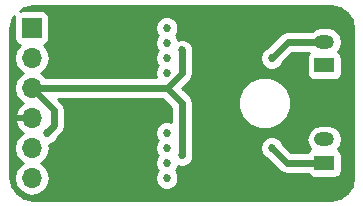
<source format=gbl>
G04 #@! TF.FileFunction,Copper,L2,Bot,Signal*
%FSLAX46Y46*%
G04 Gerber Fmt 4.6, Leading zero omitted, Abs format (unit mm)*
G04 Created by KiCad (PCBNEW 4.0.6-e0-6349~53~ubuntu16.04.1) date Fri Apr 14 17:40:12 2017*
%MOMM*%
%LPD*%
G01*
G04 APERTURE LIST*
%ADD10C,0.100000*%
%ADD11R,1.700000X1.200000*%
%ADD12O,1.700000X1.200000*%
%ADD13R,1.700000X1.700000*%
%ADD14O,1.700000X1.700000*%
%ADD15C,0.685800*%
%ADD16C,0.600000*%
%ADD17C,0.254000*%
G04 APERTURE END LIST*
D10*
D11*
X188595000Y-93980000D03*
D12*
X188595000Y-91980000D03*
D11*
X188595000Y-85725000D03*
D12*
X188595000Y-83725000D03*
D13*
X163830000Y-82550000D03*
D14*
X163830000Y-85090000D03*
X163830000Y-87630000D03*
X163830000Y-90170000D03*
X163830000Y-92710000D03*
X163830000Y-95250000D03*
D15*
X175260000Y-95250000D03*
X175260000Y-92710000D03*
X175260000Y-86360000D03*
X175260000Y-83820000D03*
X175260000Y-93980000D03*
X175260000Y-91440000D03*
X175260000Y-85090000D03*
X175260000Y-82550000D03*
X165100000Y-91440000D03*
X176530000Y-93345000D03*
X176530000Y-84455000D03*
X171246800Y-96367600D03*
X176530000Y-81280000D03*
X170815000Y-81915000D03*
X184150000Y-85090000D03*
X184150000Y-92710000D03*
D16*
X165735000Y-89535000D02*
X163830000Y-87630000D01*
X165735000Y-90805000D02*
X165735000Y-89535000D01*
X165100000Y-91440000D02*
X165735000Y-90805000D01*
X175260000Y-87630000D02*
X176530000Y-88900000D01*
X176530000Y-88900000D02*
X176530000Y-93345000D01*
X163830000Y-87630000D02*
X175260000Y-87630000D01*
X176530000Y-86360000D02*
X176530000Y-84455000D01*
X175260000Y-87630000D02*
X176530000Y-86360000D01*
X175260000Y-81280000D02*
X176530000Y-81280000D01*
X171450000Y-81280000D02*
X175260000Y-81280000D01*
X170815000Y-81915000D02*
X171450000Y-81280000D01*
X188595000Y-83725000D02*
X185515000Y-83725000D01*
X185515000Y-83725000D02*
X184150000Y-85090000D01*
X185420000Y-93980000D02*
X188595000Y-93980000D01*
X184150000Y-92710000D02*
X185420000Y-93980000D01*
D17*
G36*
X189924989Y-80872152D02*
X190514170Y-81265830D01*
X190907848Y-81855011D01*
X191060000Y-82619931D01*
X191060000Y-95180069D01*
X190907848Y-95944989D01*
X190514170Y-96534170D01*
X189924989Y-96927848D01*
X189160069Y-97080000D01*
X163899931Y-97080000D01*
X163135011Y-96927848D01*
X162545830Y-96534170D01*
X162152152Y-95944989D01*
X162000000Y-95180069D01*
X162000000Y-82619931D01*
X162152152Y-81855011D01*
X162365972Y-81535007D01*
X162332560Y-81700000D01*
X162332560Y-83400000D01*
X162376838Y-83635317D01*
X162515910Y-83851441D01*
X162728110Y-83996431D01*
X162795541Y-84010086D01*
X162750853Y-84039946D01*
X162428946Y-84521715D01*
X162315907Y-85090000D01*
X162428946Y-85658285D01*
X162750853Y-86140054D01*
X163080026Y-86360000D01*
X162750853Y-86579946D01*
X162428946Y-87061715D01*
X162315907Y-87630000D01*
X162428946Y-88198285D01*
X162750853Y-88680054D01*
X163091553Y-88907702D01*
X162948642Y-88974817D01*
X162558355Y-89403076D01*
X162388524Y-89813110D01*
X162509845Y-90043000D01*
X163703000Y-90043000D01*
X163703000Y-90023000D01*
X163957000Y-90023000D01*
X163957000Y-90043000D01*
X163977000Y-90043000D01*
X163977000Y-90297000D01*
X163957000Y-90297000D01*
X163957000Y-90317000D01*
X163703000Y-90317000D01*
X163703000Y-90297000D01*
X162509845Y-90297000D01*
X162388524Y-90526890D01*
X162558355Y-90936924D01*
X162948642Y-91365183D01*
X163091553Y-91432298D01*
X162750853Y-91659946D01*
X162428946Y-92141715D01*
X162315907Y-92710000D01*
X162428946Y-93278285D01*
X162750853Y-93760054D01*
X163080026Y-93980000D01*
X162750853Y-94199946D01*
X162428946Y-94681715D01*
X162315907Y-95250000D01*
X162428946Y-95818285D01*
X162750853Y-96300054D01*
X163232622Y-96621961D01*
X163800907Y-96735000D01*
X163859093Y-96735000D01*
X164427378Y-96621961D01*
X164909147Y-96300054D01*
X165231054Y-95818285D01*
X165344093Y-95250000D01*
X165231054Y-94681715D01*
X164909147Y-94199946D01*
X164579974Y-93980000D01*
X164909147Y-93760054D01*
X165231054Y-93278285D01*
X165344093Y-92710000D01*
X165286023Y-92418062D01*
X165293663Y-92418069D01*
X165653212Y-92269507D01*
X165928540Y-91994659D01*
X165971791Y-91890499D01*
X166396145Y-91466145D01*
X166481742Y-91338039D01*
X166598827Y-91162809D01*
X166670000Y-90805000D01*
X166670000Y-89535000D01*
X166598827Y-89177191D01*
X166396145Y-88873855D01*
X166087290Y-88565000D01*
X174872710Y-88565000D01*
X175595000Y-89287290D01*
X175595000Y-90520250D01*
X175455370Y-90462270D01*
X175066337Y-90461931D01*
X174706788Y-90610493D01*
X174431460Y-90885341D01*
X174282270Y-91244630D01*
X174281931Y-91633663D01*
X174430493Y-91993212D01*
X174512040Y-92074901D01*
X174431460Y-92155341D01*
X174282270Y-92514630D01*
X174281931Y-92903663D01*
X174430493Y-93263212D01*
X174512040Y-93344901D01*
X174431460Y-93425341D01*
X174282270Y-93784630D01*
X174281931Y-94173663D01*
X174430493Y-94533212D01*
X174512040Y-94614901D01*
X174431460Y-94695341D01*
X174282270Y-95054630D01*
X174281931Y-95443663D01*
X174430493Y-95803212D01*
X174705341Y-96078540D01*
X175064630Y-96227730D01*
X175453663Y-96228069D01*
X175813212Y-96079507D01*
X176088540Y-95804659D01*
X176237730Y-95445370D01*
X176238069Y-95056337D01*
X176089507Y-94696788D01*
X176007960Y-94615099D01*
X176088540Y-94534659D01*
X176199790Y-94266739D01*
X176334630Y-94322730D01*
X176723663Y-94323069D01*
X177083212Y-94174507D01*
X177358540Y-93899659D01*
X177507730Y-93540370D01*
X177508069Y-93151337D01*
X177465000Y-93047102D01*
X177465000Y-92903663D01*
X183171931Y-92903663D01*
X183320493Y-93263212D01*
X183595341Y-93538540D01*
X183699501Y-93581791D01*
X184758855Y-94641145D01*
X185062191Y-94843827D01*
X185420000Y-94915000D01*
X187205982Y-94915000D01*
X187280910Y-95031441D01*
X187493110Y-95176431D01*
X187745000Y-95227440D01*
X189445000Y-95227440D01*
X189680317Y-95183162D01*
X189896441Y-95044090D01*
X190041431Y-94831890D01*
X190092440Y-94580000D01*
X190092440Y-93380000D01*
X190048162Y-93144683D01*
X189909090Y-92928559D01*
X189763525Y-92829099D01*
X190015084Y-92452614D01*
X190109093Y-91980000D01*
X190015084Y-91507386D01*
X189747370Y-91106723D01*
X189346707Y-90839009D01*
X188874093Y-90745000D01*
X188315907Y-90745000D01*
X187843293Y-90839009D01*
X187442630Y-91106723D01*
X187174916Y-91507386D01*
X187080907Y-91980000D01*
X187174916Y-92452614D01*
X187427074Y-92829996D01*
X187293559Y-92915910D01*
X187205356Y-93045000D01*
X185807290Y-93045000D01*
X185022057Y-92259767D01*
X184979507Y-92156788D01*
X184704659Y-91881460D01*
X184345370Y-91732270D01*
X183956337Y-91731931D01*
X183596788Y-91880493D01*
X183321460Y-92155341D01*
X183172270Y-92514630D01*
X183171931Y-92903663D01*
X177465000Y-92903663D01*
X177465000Y-89342619D01*
X181279613Y-89342619D01*
X181619155Y-90164372D01*
X182247321Y-90793636D01*
X183068481Y-91134611D01*
X183957619Y-91135387D01*
X184779372Y-90795845D01*
X185408636Y-90167679D01*
X185749611Y-89346519D01*
X185750387Y-88457381D01*
X185410845Y-87635628D01*
X184782679Y-87006364D01*
X183961519Y-86665389D01*
X183072381Y-86664613D01*
X182250628Y-87004155D01*
X181621364Y-87632321D01*
X181280389Y-88453481D01*
X181279613Y-89342619D01*
X177465000Y-89342619D01*
X177465000Y-88900000D01*
X177393827Y-88542191D01*
X177191145Y-88238855D01*
X176582290Y-87630000D01*
X177191145Y-87021145D01*
X177393827Y-86717809D01*
X177465000Y-86360000D01*
X177465000Y-85283663D01*
X183171931Y-85283663D01*
X183320493Y-85643212D01*
X183595341Y-85918540D01*
X183954630Y-86067730D01*
X184343663Y-86068069D01*
X184703212Y-85919507D01*
X184978540Y-85644659D01*
X185021791Y-85540499D01*
X185902289Y-84660000D01*
X187294973Y-84660000D01*
X187293559Y-84660910D01*
X187148569Y-84873110D01*
X187097560Y-85125000D01*
X187097560Y-86325000D01*
X187141838Y-86560317D01*
X187280910Y-86776441D01*
X187493110Y-86921431D01*
X187745000Y-86972440D01*
X189445000Y-86972440D01*
X189680317Y-86928162D01*
X189896441Y-86789090D01*
X190041431Y-86576890D01*
X190092440Y-86325000D01*
X190092440Y-85125000D01*
X190048162Y-84889683D01*
X189909090Y-84673559D01*
X189763525Y-84574099D01*
X190015084Y-84197614D01*
X190109093Y-83725000D01*
X190015084Y-83252386D01*
X189747370Y-82851723D01*
X189346707Y-82584009D01*
X188874093Y-82490000D01*
X188315907Y-82490000D01*
X187843293Y-82584009D01*
X187535005Y-82790000D01*
X185515005Y-82790000D01*
X185515000Y-82789999D01*
X185252222Y-82842270D01*
X185157191Y-82861173D01*
X184853855Y-83063855D01*
X184853853Y-83063858D01*
X183699767Y-84217943D01*
X183596788Y-84260493D01*
X183321460Y-84535341D01*
X183172270Y-84894630D01*
X183171931Y-85283663D01*
X177465000Y-85283663D01*
X177465000Y-84753275D01*
X177507730Y-84650370D01*
X177508069Y-84261337D01*
X177359507Y-83901788D01*
X177084659Y-83626460D01*
X176725370Y-83477270D01*
X176336337Y-83476931D01*
X176199669Y-83533401D01*
X176089507Y-83266788D01*
X176007960Y-83185099D01*
X176088540Y-83104659D01*
X176237730Y-82745370D01*
X176238069Y-82356337D01*
X176089507Y-81996788D01*
X175814659Y-81721460D01*
X175455370Y-81572270D01*
X175066337Y-81571931D01*
X174706788Y-81720493D01*
X174431460Y-81995341D01*
X174282270Y-82354630D01*
X174281931Y-82743663D01*
X174430493Y-83103212D01*
X174512040Y-83184901D01*
X174431460Y-83265341D01*
X174282270Y-83624630D01*
X174281931Y-84013663D01*
X174430493Y-84373212D01*
X174512040Y-84454901D01*
X174431460Y-84535341D01*
X174282270Y-84894630D01*
X174281931Y-85283663D01*
X174430493Y-85643212D01*
X174512040Y-85724901D01*
X174431460Y-85805341D01*
X174282270Y-86164630D01*
X174281931Y-86553663D01*
X174340330Y-86695000D01*
X164986023Y-86695000D01*
X164909147Y-86579946D01*
X164579974Y-86360000D01*
X164909147Y-86140054D01*
X165231054Y-85658285D01*
X165344093Y-85090000D01*
X165231054Y-84521715D01*
X164909147Y-84039946D01*
X164867548Y-84012150D01*
X164915317Y-84003162D01*
X165131441Y-83864090D01*
X165276431Y-83651890D01*
X165327440Y-83400000D01*
X165327440Y-81700000D01*
X165283162Y-81464683D01*
X165144090Y-81248559D01*
X164931890Y-81103569D01*
X164680000Y-81052560D01*
X162980000Y-81052560D01*
X162819937Y-81082678D01*
X163135011Y-80872152D01*
X163899931Y-80720000D01*
X189160069Y-80720000D01*
X189924989Y-80872152D01*
X189924989Y-80872152D01*
G37*
X189924989Y-80872152D02*
X190514170Y-81265830D01*
X190907848Y-81855011D01*
X191060000Y-82619931D01*
X191060000Y-95180069D01*
X190907848Y-95944989D01*
X190514170Y-96534170D01*
X189924989Y-96927848D01*
X189160069Y-97080000D01*
X163899931Y-97080000D01*
X163135011Y-96927848D01*
X162545830Y-96534170D01*
X162152152Y-95944989D01*
X162000000Y-95180069D01*
X162000000Y-82619931D01*
X162152152Y-81855011D01*
X162365972Y-81535007D01*
X162332560Y-81700000D01*
X162332560Y-83400000D01*
X162376838Y-83635317D01*
X162515910Y-83851441D01*
X162728110Y-83996431D01*
X162795541Y-84010086D01*
X162750853Y-84039946D01*
X162428946Y-84521715D01*
X162315907Y-85090000D01*
X162428946Y-85658285D01*
X162750853Y-86140054D01*
X163080026Y-86360000D01*
X162750853Y-86579946D01*
X162428946Y-87061715D01*
X162315907Y-87630000D01*
X162428946Y-88198285D01*
X162750853Y-88680054D01*
X163091553Y-88907702D01*
X162948642Y-88974817D01*
X162558355Y-89403076D01*
X162388524Y-89813110D01*
X162509845Y-90043000D01*
X163703000Y-90043000D01*
X163703000Y-90023000D01*
X163957000Y-90023000D01*
X163957000Y-90043000D01*
X163977000Y-90043000D01*
X163977000Y-90297000D01*
X163957000Y-90297000D01*
X163957000Y-90317000D01*
X163703000Y-90317000D01*
X163703000Y-90297000D01*
X162509845Y-90297000D01*
X162388524Y-90526890D01*
X162558355Y-90936924D01*
X162948642Y-91365183D01*
X163091553Y-91432298D01*
X162750853Y-91659946D01*
X162428946Y-92141715D01*
X162315907Y-92710000D01*
X162428946Y-93278285D01*
X162750853Y-93760054D01*
X163080026Y-93980000D01*
X162750853Y-94199946D01*
X162428946Y-94681715D01*
X162315907Y-95250000D01*
X162428946Y-95818285D01*
X162750853Y-96300054D01*
X163232622Y-96621961D01*
X163800907Y-96735000D01*
X163859093Y-96735000D01*
X164427378Y-96621961D01*
X164909147Y-96300054D01*
X165231054Y-95818285D01*
X165344093Y-95250000D01*
X165231054Y-94681715D01*
X164909147Y-94199946D01*
X164579974Y-93980000D01*
X164909147Y-93760054D01*
X165231054Y-93278285D01*
X165344093Y-92710000D01*
X165286023Y-92418062D01*
X165293663Y-92418069D01*
X165653212Y-92269507D01*
X165928540Y-91994659D01*
X165971791Y-91890499D01*
X166396145Y-91466145D01*
X166481742Y-91338039D01*
X166598827Y-91162809D01*
X166670000Y-90805000D01*
X166670000Y-89535000D01*
X166598827Y-89177191D01*
X166396145Y-88873855D01*
X166087290Y-88565000D01*
X174872710Y-88565000D01*
X175595000Y-89287290D01*
X175595000Y-90520250D01*
X175455370Y-90462270D01*
X175066337Y-90461931D01*
X174706788Y-90610493D01*
X174431460Y-90885341D01*
X174282270Y-91244630D01*
X174281931Y-91633663D01*
X174430493Y-91993212D01*
X174512040Y-92074901D01*
X174431460Y-92155341D01*
X174282270Y-92514630D01*
X174281931Y-92903663D01*
X174430493Y-93263212D01*
X174512040Y-93344901D01*
X174431460Y-93425341D01*
X174282270Y-93784630D01*
X174281931Y-94173663D01*
X174430493Y-94533212D01*
X174512040Y-94614901D01*
X174431460Y-94695341D01*
X174282270Y-95054630D01*
X174281931Y-95443663D01*
X174430493Y-95803212D01*
X174705341Y-96078540D01*
X175064630Y-96227730D01*
X175453663Y-96228069D01*
X175813212Y-96079507D01*
X176088540Y-95804659D01*
X176237730Y-95445370D01*
X176238069Y-95056337D01*
X176089507Y-94696788D01*
X176007960Y-94615099D01*
X176088540Y-94534659D01*
X176199790Y-94266739D01*
X176334630Y-94322730D01*
X176723663Y-94323069D01*
X177083212Y-94174507D01*
X177358540Y-93899659D01*
X177507730Y-93540370D01*
X177508069Y-93151337D01*
X177465000Y-93047102D01*
X177465000Y-92903663D01*
X183171931Y-92903663D01*
X183320493Y-93263212D01*
X183595341Y-93538540D01*
X183699501Y-93581791D01*
X184758855Y-94641145D01*
X185062191Y-94843827D01*
X185420000Y-94915000D01*
X187205982Y-94915000D01*
X187280910Y-95031441D01*
X187493110Y-95176431D01*
X187745000Y-95227440D01*
X189445000Y-95227440D01*
X189680317Y-95183162D01*
X189896441Y-95044090D01*
X190041431Y-94831890D01*
X190092440Y-94580000D01*
X190092440Y-93380000D01*
X190048162Y-93144683D01*
X189909090Y-92928559D01*
X189763525Y-92829099D01*
X190015084Y-92452614D01*
X190109093Y-91980000D01*
X190015084Y-91507386D01*
X189747370Y-91106723D01*
X189346707Y-90839009D01*
X188874093Y-90745000D01*
X188315907Y-90745000D01*
X187843293Y-90839009D01*
X187442630Y-91106723D01*
X187174916Y-91507386D01*
X187080907Y-91980000D01*
X187174916Y-92452614D01*
X187427074Y-92829996D01*
X187293559Y-92915910D01*
X187205356Y-93045000D01*
X185807290Y-93045000D01*
X185022057Y-92259767D01*
X184979507Y-92156788D01*
X184704659Y-91881460D01*
X184345370Y-91732270D01*
X183956337Y-91731931D01*
X183596788Y-91880493D01*
X183321460Y-92155341D01*
X183172270Y-92514630D01*
X183171931Y-92903663D01*
X177465000Y-92903663D01*
X177465000Y-89342619D01*
X181279613Y-89342619D01*
X181619155Y-90164372D01*
X182247321Y-90793636D01*
X183068481Y-91134611D01*
X183957619Y-91135387D01*
X184779372Y-90795845D01*
X185408636Y-90167679D01*
X185749611Y-89346519D01*
X185750387Y-88457381D01*
X185410845Y-87635628D01*
X184782679Y-87006364D01*
X183961519Y-86665389D01*
X183072381Y-86664613D01*
X182250628Y-87004155D01*
X181621364Y-87632321D01*
X181280389Y-88453481D01*
X181279613Y-89342619D01*
X177465000Y-89342619D01*
X177465000Y-88900000D01*
X177393827Y-88542191D01*
X177191145Y-88238855D01*
X176582290Y-87630000D01*
X177191145Y-87021145D01*
X177393827Y-86717809D01*
X177465000Y-86360000D01*
X177465000Y-85283663D01*
X183171931Y-85283663D01*
X183320493Y-85643212D01*
X183595341Y-85918540D01*
X183954630Y-86067730D01*
X184343663Y-86068069D01*
X184703212Y-85919507D01*
X184978540Y-85644659D01*
X185021791Y-85540499D01*
X185902289Y-84660000D01*
X187294973Y-84660000D01*
X187293559Y-84660910D01*
X187148569Y-84873110D01*
X187097560Y-85125000D01*
X187097560Y-86325000D01*
X187141838Y-86560317D01*
X187280910Y-86776441D01*
X187493110Y-86921431D01*
X187745000Y-86972440D01*
X189445000Y-86972440D01*
X189680317Y-86928162D01*
X189896441Y-86789090D01*
X190041431Y-86576890D01*
X190092440Y-86325000D01*
X190092440Y-85125000D01*
X190048162Y-84889683D01*
X189909090Y-84673559D01*
X189763525Y-84574099D01*
X190015084Y-84197614D01*
X190109093Y-83725000D01*
X190015084Y-83252386D01*
X189747370Y-82851723D01*
X189346707Y-82584009D01*
X188874093Y-82490000D01*
X188315907Y-82490000D01*
X187843293Y-82584009D01*
X187535005Y-82790000D01*
X185515005Y-82790000D01*
X185515000Y-82789999D01*
X185252222Y-82842270D01*
X185157191Y-82861173D01*
X184853855Y-83063855D01*
X184853853Y-83063858D01*
X183699767Y-84217943D01*
X183596788Y-84260493D01*
X183321460Y-84535341D01*
X183172270Y-84894630D01*
X183171931Y-85283663D01*
X177465000Y-85283663D01*
X177465000Y-84753275D01*
X177507730Y-84650370D01*
X177508069Y-84261337D01*
X177359507Y-83901788D01*
X177084659Y-83626460D01*
X176725370Y-83477270D01*
X176336337Y-83476931D01*
X176199669Y-83533401D01*
X176089507Y-83266788D01*
X176007960Y-83185099D01*
X176088540Y-83104659D01*
X176237730Y-82745370D01*
X176238069Y-82356337D01*
X176089507Y-81996788D01*
X175814659Y-81721460D01*
X175455370Y-81572270D01*
X175066337Y-81571931D01*
X174706788Y-81720493D01*
X174431460Y-81995341D01*
X174282270Y-82354630D01*
X174281931Y-82743663D01*
X174430493Y-83103212D01*
X174512040Y-83184901D01*
X174431460Y-83265341D01*
X174282270Y-83624630D01*
X174281931Y-84013663D01*
X174430493Y-84373212D01*
X174512040Y-84454901D01*
X174431460Y-84535341D01*
X174282270Y-84894630D01*
X174281931Y-85283663D01*
X174430493Y-85643212D01*
X174512040Y-85724901D01*
X174431460Y-85805341D01*
X174282270Y-86164630D01*
X174281931Y-86553663D01*
X174340330Y-86695000D01*
X164986023Y-86695000D01*
X164909147Y-86579946D01*
X164579974Y-86360000D01*
X164909147Y-86140054D01*
X165231054Y-85658285D01*
X165344093Y-85090000D01*
X165231054Y-84521715D01*
X164909147Y-84039946D01*
X164867548Y-84012150D01*
X164915317Y-84003162D01*
X165131441Y-83864090D01*
X165276431Y-83651890D01*
X165327440Y-83400000D01*
X165327440Y-81700000D01*
X165283162Y-81464683D01*
X165144090Y-81248559D01*
X164931890Y-81103569D01*
X164680000Y-81052560D01*
X162980000Y-81052560D01*
X162819937Y-81082678D01*
X163135011Y-80872152D01*
X163899931Y-80720000D01*
X189160069Y-80720000D01*
X189924989Y-80872152D01*
M02*

</source>
